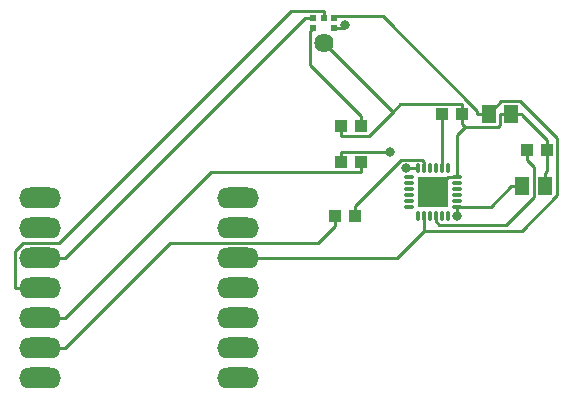
<source format=gbr>
%TF.GenerationSoftware,KiCad,Pcbnew,7.0.10*%
%TF.CreationDate,2024-01-26T16:43:20-08:00*%
%TF.ProjectId,FinalProject,46696e61-6c50-4726-9f6a-6563742e6b69,v2*%
%TF.SameCoordinates,Original*%
%TF.FileFunction,Copper,L1,Top*%
%TF.FilePolarity,Positive*%
%FSLAX46Y46*%
G04 Gerber Fmt 4.6, Leading zero omitted, Abs format (unit mm)*
G04 Created by KiCad (PCBNEW 7.0.10) date 2024-01-26 16:43:20*
%MOMM*%
%LPD*%
G01*
G04 APERTURE LIST*
G04 Aperture macros list*
%AMRoundRect*
0 Rectangle with rounded corners*
0 $1 Rounding radius*
0 $2 $3 $4 $5 $6 $7 $8 $9 X,Y pos of 4 corners*
0 Add a 4 corners polygon primitive as box body*
4,1,4,$2,$3,$4,$5,$6,$7,$8,$9,$2,$3,0*
0 Add four circle primitives for the rounded corners*
1,1,$1+$1,$2,$3*
1,1,$1+$1,$4,$5*
1,1,$1+$1,$6,$7*
1,1,$1+$1,$8,$9*
0 Add four rect primitives between the rounded corners*
20,1,$1+$1,$2,$3,$4,$5,0*
20,1,$1+$1,$4,$5,$6,$7,0*
20,1,$1+$1,$6,$7,$8,$9,0*
20,1,$1+$1,$8,$9,$2,$3,0*%
G04 Aperture macros list end*
%TA.AperFunction,SMDPad,CuDef*%
%ADD10R,1.240000X1.500000*%
%TD*%
%TA.AperFunction,SMDPad,CuDef*%
%ADD11R,1.075000X1.000000*%
%TD*%
%TA.AperFunction,ComponentPad*%
%ADD12O,3.556000X1.778000*%
%TD*%
%TA.AperFunction,SMDPad,CuDef*%
%ADD13R,0.600000X0.525000*%
%TD*%
%TA.AperFunction,ComponentPad*%
%ADD14C,1.625000*%
%TD*%
%TA.AperFunction,SMDPad,CuDef*%
%ADD15RoundRect,0.070000X0.330000X0.070000X-0.330000X0.070000X-0.330000X-0.070000X0.330000X-0.070000X0*%
%TD*%
%TA.AperFunction,SMDPad,CuDef*%
%ADD16RoundRect,0.070000X0.070000X-0.330000X0.070000X0.330000X-0.070000X0.330000X-0.070000X-0.330000X0*%
%TD*%
%TA.AperFunction,SMDPad,CuDef*%
%ADD17RoundRect,0.070000X-0.330000X-0.070000X0.330000X-0.070000X0.330000X0.070000X-0.330000X0.070000X0*%
%TD*%
%TA.AperFunction,SMDPad,CuDef*%
%ADD18RoundRect,0.070000X-0.070000X0.330000X-0.070000X-0.330000X0.070000X-0.330000X0.070000X0.330000X0*%
%TD*%
%TA.AperFunction,SMDPad,CuDef*%
%ADD19R,2.500000X2.500000*%
%TD*%
%TA.AperFunction,ViaPad*%
%ADD20C,0.800000*%
%TD*%
%TA.AperFunction,Conductor*%
%ADD21C,0.250000*%
%TD*%
G04 APERTURE END LIST*
D10*
%TO.P,C7,1,1*%
%TO.N,/3.3V*%
X164905000Y-94742000D03*
%TO.P,C7,2,2*%
%TO.N,GND*%
X166805000Y-94742000D03*
%TD*%
D11*
%TO.P,R2,1*%
%TO.N,/SDA_3V*%
X152405000Y-98806000D03*
%TO.P,R2,2*%
%TO.N,Net-(U1-GPIO4_A3_D3_SDA)*%
X154105000Y-98806000D03*
%TD*%
%TO.P,C4,1,1*%
%TO.N,/REGOUT*%
X168153000Y-97790000D03*
%TO.P,C4,2,2*%
%TO.N,GND*%
X169853000Y-97790000D03*
%TD*%
D12*
%TO.P,U1,1,GPIO1_A0_D0*%
%TO.N,Net-(IC1-BCLK)*%
X126927000Y-101854000D03*
%TO.P,U1,2,GPIO2_A1_D1*%
%TO.N,unconnected-(U1-GPIO2_A1_D1-Pad2)*%
X126927000Y-104394000D03*
%TO.P,U1,3,GPIO3_A2_D2*%
%TO.N,Net-(IC1-WS)*%
X126927000Y-106934000D03*
%TO.P,U1,4,GPIO4_A3_D3*%
%TO.N,Net-(IC1-DATA)*%
X126927000Y-109474000D03*
%TO.P,U1,5,GPIO4_A3_D3_SDA*%
%TO.N,Net-(U1-GPIO4_A3_D3_SDA)*%
X126927000Y-112014000D03*
%TO.P,U1,6,GPIO6_A5_D5_SCL*%
%TO.N,Net-(U1-GPIO6_A5_D5_SCL)*%
X126927000Y-114554000D03*
%TO.P,U1,7,GPIO43_TX_D6*%
%TO.N,unconnected-(U1-GPIO43_TX_D6-Pad7)*%
X126927000Y-117094000D03*
%TO.P,U1,8,5V*%
%TO.N,unconnected-(U1-5V-Pad8)*%
X143691000Y-101854000D03*
%TO.P,U1,9,GND*%
%TO.N,GND*%
X143691000Y-104394000D03*
%TO.P,U1,10,3V3*%
%TO.N,/3.3V*%
X143691000Y-106934000D03*
%TO.P,U1,11,GPIO9_A10_D10_COPI*%
%TO.N,unconnected-(U1-GPIO9_A10_D10_COPI-Pad11)*%
X143691000Y-109474000D03*
%TO.P,U1,12,GPIO8_A9_D9_CIPO*%
%TO.N,unconnected-(U1-GPIO8_A9_D9_CIPO-Pad12)*%
X143691000Y-112014000D03*
%TO.P,U1,13,GPIO7_A8_D8_SCK*%
%TO.N,unconnected-(U1-GPIO7_A8_D8_SCK-Pad13)*%
X143691000Y-114554000D03*
%TO.P,U1,14,GPIO44_D7_RX*%
%TO.N,unconnected-(U1-GPIO44_D7_RX-Pad14)*%
X143691000Y-117094000D03*
%TD*%
D13*
%TO.P,IC1,1,WS*%
%TO.N,Net-(IC1-WS)*%
X150041000Y-86614000D03*
%TO.P,IC1,2,SELECT*%
%TO.N,/SELECT*%
X150041000Y-87464000D03*
D14*
%TO.P,IC1,3,GND*%
%TO.N,GND*%
X150941000Y-88724000D03*
D13*
%TO.P,IC1,4,BCLK*%
%TO.N,Net-(IC1-BCLK)*%
X151841000Y-87464000D03*
%TO.P,IC1,5,VDD*%
%TO.N,/3.3V*%
X151841000Y-86614000D03*
%TO.P,IC1,6,DATA*%
%TO.N,Net-(IC1-DATA)*%
X150941000Y-86614000D03*
%TD*%
D15*
%TO.P,U3,1,CLKIN*%
%TO.N,/CLKIN*%
X158201000Y-100096000D03*
%TO.P,U3,2*%
%TO.N,N/C*%
X158201000Y-100596000D03*
%TO.P,U3,3*%
X158201000Y-101096000D03*
%TO.P,U3,4*%
X158201000Y-101596000D03*
%TO.P,U3,5*%
X158201000Y-102096000D03*
%TO.P,U3,6,AUX_DA*%
%TO.N,/SDA_EXT*%
X158201000Y-102596000D03*
D16*
%TO.P,U3,7,AUX_CL*%
%TO.N,/SCL_EXT*%
X158951000Y-103346000D03*
%TO.P,U3,8,VLOGIC*%
%TO.N,/3.3V*%
X159451000Y-103346000D03*
%TO.P,U3,9,AD0*%
%TO.N,/AD0*%
X159951000Y-103346000D03*
%TO.P,U3,10,REGOUT*%
%TO.N,/REGOUT*%
X160451000Y-103346000D03*
%TO.P,U3,11,FSYNC*%
%TO.N,/FSYNC_IN*%
X160951000Y-103346000D03*
%TO.P,U3,12,INT*%
%TO.N,/INT*%
X161451000Y-103346000D03*
D17*
%TO.P,U3,13,VDD*%
%TO.N,/3.3V*%
X162201000Y-102596000D03*
%TO.P,U3,14*%
%TO.N,N/C*%
X162201000Y-102096000D03*
%TO.P,U3,15*%
X162201000Y-101596000D03*
%TO.P,U3,16*%
X162201000Y-101096000D03*
%TO.P,U3,17*%
X162201000Y-100596000D03*
%TO.P,U3,18,GND*%
%TO.N,GND*%
X162201000Y-100096000D03*
D18*
%TO.P,U3,19,RSVD@1*%
%TO.N,unconnected-(U3-RSVD@1-Pad19)*%
X161451000Y-99346000D03*
%TO.P,U3,20,CPOUT*%
%TO.N,/CPOUT*%
X160951000Y-99346000D03*
%TO.P,U3,21,RSVD@2*%
%TO.N,unconnected-(U3-RSVD@2-Pad21)*%
X160451000Y-99346000D03*
%TO.P,U3,22,RSVD@3*%
%TO.N,unconnected-(U3-RSVD@3-Pad22)*%
X159951000Y-99346000D03*
%TO.P,U3,23,SCL*%
%TO.N,/SCL_3V*%
X159451000Y-99346000D03*
%TO.P,U3,24,SDA*%
%TO.N,/SDA_3V*%
X158951000Y-99346000D03*
D19*
%TO.P,U3,THERM,THERMAL*%
%TO.N,GND*%
X160201000Y-101346000D03*
%TD*%
D11*
%TO.P,C5,1,1*%
%TO.N,/CPOUT*%
X160943400Y-94755200D03*
%TO.P,C5,2,2*%
%TO.N,GND*%
X162643400Y-94755200D03*
%TD*%
%TO.P,R1,1,1*%
%TO.N,GND*%
X152405000Y-95758000D03*
%TO.P,R1,2,2*%
%TO.N,/SELECT*%
X154105000Y-95758000D03*
%TD*%
%TO.P,R3,1*%
%TO.N,Net-(U1-GPIO6_A5_D5_SCL)*%
X151897000Y-103378000D03*
%TO.P,R3,2*%
%TO.N,/SCL_3V*%
X153597000Y-103378000D03*
%TD*%
D10*
%TO.P,C6,1,1*%
%TO.N,/3.3V*%
X167777000Y-100838000D03*
%TO.P,C6,2,2*%
%TO.N,GND*%
X169677000Y-100838000D03*
%TD*%
D20*
%TO.N,Net-(IC1-BCLK)*%
X152750000Y-87247300D03*
%TO.N,/3.3V*%
X162201000Y-103355300D03*
%TO.N,/SDA_3V*%
X157941000Y-99346000D03*
X156574000Y-97979100D03*
%TD*%
D21*
%TO.N,Net-(IC1-BCLK)*%
X152685000Y-87247300D02*
X152750000Y-87247300D01*
X152468000Y-87464000D02*
X152685000Y-87247300D01*
X151841000Y-87464000D02*
X152468000Y-87464000D01*
%TO.N,Net-(IC1-WS)*%
X127689000Y-106934000D02*
X129032000Y-106934000D01*
X129032000Y-106934000D02*
X149352000Y-86614000D01*
X149352000Y-86614000D02*
X150041000Y-86614000D01*
%TO.N,Net-(IC1-DATA)*%
X127689000Y-109474000D02*
X124822100Y-109474000D01*
X150941000Y-86024600D02*
X150941000Y-86614000D01*
X124822100Y-106351800D02*
X125509900Y-105664000D01*
X124822100Y-109474000D02*
X124822100Y-106351800D01*
X125509900Y-105664000D02*
X128524000Y-105664000D01*
X128524000Y-105664000D02*
X148164000Y-86024600D01*
X148164000Y-86024600D02*
X150941000Y-86024600D01*
%TO.N,Net-(U1-GPIO4_A3_D3_SDA)*%
X154105000Y-98806000D02*
X154105000Y-99632900D01*
X141413000Y-99632900D02*
X129032000Y-112014000D01*
X154105000Y-99632900D02*
X141413000Y-99632900D01*
X129032000Y-112014000D02*
X127689000Y-112014000D01*
%TO.N,Net-(U1-GPIO6_A5_D5_SCL)*%
X127689000Y-114554000D02*
X129032000Y-114554000D01*
X151897000Y-104204900D02*
X151897000Y-103378000D01*
X137920000Y-105665500D02*
X150436000Y-105665500D01*
X150436000Y-105665500D02*
X151897000Y-104204900D01*
X129032000Y-114554000D02*
X137920000Y-105665500D01*
%TO.N,GND*%
X169677000Y-99761100D02*
X169853000Y-99585100D01*
X165728000Y-95818900D02*
X165858000Y-95688900D01*
X162201000Y-96498100D02*
X162880000Y-95818900D01*
X162643000Y-95582100D02*
X162880000Y-95818900D01*
X162643000Y-94755200D02*
X162643400Y-94755200D01*
X165858000Y-94742000D02*
X166805000Y-94742000D01*
X169853000Y-99585100D02*
X169853000Y-97790000D01*
X165858000Y-95688900D02*
X165858000Y-94742000D01*
X167752000Y-94742000D02*
X167752000Y-94862000D01*
X162201000Y-100096000D02*
X162201000Y-96498100D01*
X150941000Y-88724000D02*
X156790000Y-94572900D01*
X162643000Y-93928300D02*
X162643000Y-94755200D01*
X166805000Y-94742000D02*
X167752000Y-94742000D01*
X162880000Y-95818900D02*
X165728000Y-95818900D01*
X156790000Y-94572900D02*
X157435000Y-93928300D01*
X152405000Y-95758000D02*
X152405000Y-96584900D01*
X167752000Y-94862000D02*
X169853000Y-96963100D01*
X157435000Y-93928300D02*
X162643000Y-93928300D01*
X162201000Y-100096000D02*
X161451000Y-100096000D01*
X154778000Y-96584900D02*
X156790000Y-94572900D01*
X169677000Y-100838000D02*
X169677000Y-99761100D01*
X152405000Y-96584900D02*
X154778000Y-96584900D01*
X161451000Y-100096000D02*
X160201000Y-101346000D01*
X162643000Y-94755200D02*
X162643000Y-95582100D01*
X169853000Y-96963100D02*
X169853000Y-97790000D01*
%TO.N,/3.3V*%
X167605000Y-93665100D02*
X165982000Y-93665100D01*
X142929000Y-106934000D02*
X157154000Y-106934000D01*
X163958000Y-94742000D02*
X163958000Y-94505300D01*
X167715000Y-104637000D02*
X170731000Y-101621400D01*
X155937000Y-86483900D02*
X151971000Y-86483900D01*
X170731000Y-101621400D02*
X170731000Y-96790300D01*
X159451000Y-104637000D02*
X159451000Y-103346000D01*
X151971000Y-86483900D02*
X151841000Y-86614000D01*
X166830000Y-100838000D02*
X165072000Y-102596000D01*
X162201000Y-103355300D02*
X162201000Y-102596000D01*
X157154000Y-106934000D02*
X159451000Y-104637000D01*
X164905000Y-94742000D02*
X163958000Y-94742000D01*
X165072000Y-102596000D02*
X162201000Y-102596000D01*
X159451000Y-104637000D02*
X167715000Y-104637000D01*
X165982000Y-93665100D02*
X164905000Y-94742000D01*
X163958000Y-94505300D02*
X155937000Y-86483900D01*
X170731000Y-96790300D02*
X167605000Y-93665100D01*
X167777000Y-100838000D02*
X166830000Y-100838000D01*
%TO.N,/SELECT*%
X154105000Y-95758000D02*
X154105000Y-94931100D01*
X154105000Y-94931100D02*
X149790000Y-90615900D01*
X149790000Y-90615900D02*
X149790000Y-87715200D01*
X149790000Y-87715200D02*
X150041000Y-87464000D01*
%TO.N,/REGOUT*%
X168724000Y-99187800D02*
X168724000Y-101784200D01*
X168724000Y-101784200D02*
X166385000Y-104123100D01*
X168153000Y-98616900D02*
X168724000Y-99187800D01*
X168153000Y-97790000D02*
X168153000Y-98616900D01*
X166385000Y-104123100D02*
X160742000Y-104123100D01*
X160742000Y-104123100D02*
X160451000Y-103831700D01*
X160451000Y-103831700D02*
X160451000Y-103346000D01*
%TO.N,/CPOUT*%
X160943400Y-95168200D02*
X160943400Y-94755200D01*
X160943000Y-95582100D02*
X160951000Y-95589700D01*
X160943000Y-95168600D02*
X160943400Y-95168200D01*
X160951000Y-95589700D02*
X160951000Y-99346000D01*
X160943000Y-95168600D02*
X160943000Y-95582100D01*
X160943000Y-94755200D02*
X160943000Y-95168600D01*
%TO.N,/SCL_3V*%
X157529000Y-98618800D02*
X159268000Y-98618800D01*
X159268000Y-98618800D02*
X159451000Y-98801700D01*
X159451000Y-98801700D02*
X159451000Y-99346000D01*
X153597000Y-103378000D02*
X153597000Y-102551100D01*
X153597000Y-102551100D02*
X157529000Y-98618800D01*
%TO.N,/SDA_3V*%
X158951000Y-99346000D02*
X157941000Y-99346000D01*
X152405000Y-98806000D02*
X152405000Y-97979100D01*
X152405000Y-97979100D02*
X156574000Y-97979100D01*
%TD*%
M02*

</source>
